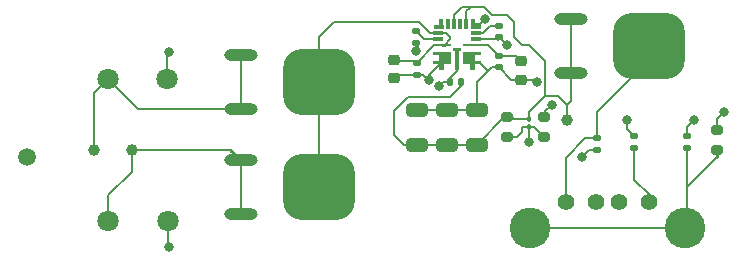
<source format=gtl>
G04 #@! TF.GenerationSoftware,KiCad,Pcbnew,7.0.10*
G04 #@! TF.CreationDate,2024-02-21T14:31:42-05:00*
G04 #@! TF.ProjectId,main_buck_board,6d61696e-5f62-4756-936b-5f626f617264,rev?*
G04 #@! TF.SameCoordinates,Original*
G04 #@! TF.FileFunction,Copper,L1,Top*
G04 #@! TF.FilePolarity,Positive*
%FSLAX46Y46*%
G04 Gerber Fmt 4.6, Leading zero omitted, Abs format (unit mm)*
G04 Created by KiCad (PCBNEW 7.0.10) date 2024-02-21 14:31:42*
%MOMM*%
%LPD*%
G01*
G04 APERTURE LIST*
G04 Aperture macros list*
%AMRoundRect*
0 Rectangle with rounded corners*
0 $1 Rounding radius*
0 $2 $3 $4 $5 $6 $7 $8 $9 X,Y pos of 4 corners*
0 Add a 4 corners polygon primitive as box body*
4,1,4,$2,$3,$4,$5,$6,$7,$8,$9,$2,$3,0*
0 Add four circle primitives for the rounded corners*
1,1,$1+$1,$2,$3*
1,1,$1+$1,$4,$5*
1,1,$1+$1,$6,$7*
1,1,$1+$1,$8,$9*
0 Add four rect primitives between the rounded corners*
20,1,$1+$1,$2,$3,$4,$5,0*
20,1,$1+$1,$4,$5,$6,$7,0*
20,1,$1+$1,$6,$7,$8,$9,0*
20,1,$1+$1,$8,$9,$2,$3,0*%
%AMFreePoly0*
4,1,20,0.758544,0.125006,0.762496,0.125006,0.762496,0.121054,0.763099,0.120451,0.763099,-0.792049,0.744349,-0.810799,0.188099,-0.810799,0.188099,-1.355799,-0.261901,-1.355799,-0.261901,-0.810799,-0.761901,-0.810799,-0.761901,-0.560799,-0.261901,-0.560799,-0.261901,-0.125006,-0.762495,-0.125006,-0.762495,0.125006,-0.761901,0.125006,-0.761901,0.139201,0.744349,0.139201,0.758544,0.125006,
0.758544,0.125006,$1*%
%AMFreePoly1*
4,1,17,0.951036,0.308536,0.952500,0.305000,0.952500,-0.295000,0.951036,-0.298536,0.947500,-0.300000,0.687500,-0.300000,0.683964,-0.298536,0.682500,-0.295000,0.682500,-0.155000,-0.947500,-0.155000,-0.947500,0.155000,0.682500,0.155000,0.682500,0.305000,0.683964,0.308536,0.687500,0.310000,0.947500,0.310000,0.951036,0.308536,0.951036,0.308536,$1*%
%AMFreePoly2*
4,1,20,0.761901,0.125006,0.762496,0.125006,0.762496,-0.125006,0.261901,-0.125006,0.261901,-0.560799,0.761901,-0.560799,0.761901,-0.810799,0.261901,-0.810799,0.261901,-1.355799,-0.188099,-1.355799,-0.188099,-0.810799,-0.744349,-0.810799,-0.763099,-0.792049,-0.763099,0.120451,-0.762495,0.121055,-0.762495,0.125006,-0.758544,0.125006,-0.744349,0.139201,0.761901,0.139201,0.761901,0.125006,
0.761901,0.125006,$1*%
G04 Aperture macros list end*
G04 #@! TA.AperFunction,SMDPad,CuDef*
%ADD10RoundRect,0.480000X-0.935000X0.000000X-0.935000X0.000000X0.935000X0.000000X0.935000X0.000000X0*%
G04 #@! TD*
G04 #@! TA.AperFunction,SMDPad,CuDef*
%ADD11RoundRect,1.689000X-1.361000X1.126000X-1.361000X-1.126000X1.361000X-1.126000X1.361000X1.126000X0*%
G04 #@! TD*
G04 #@! TA.AperFunction,SMDPad,CuDef*
%ADD12RoundRect,0.140000X-0.170000X0.140000X-0.170000X-0.140000X0.170000X-0.140000X0.170000X0.140000X0*%
G04 #@! TD*
G04 #@! TA.AperFunction,SMDPad,CuDef*
%ADD13RoundRect,0.200000X0.275000X-0.200000X0.275000X0.200000X-0.275000X0.200000X-0.275000X-0.200000X0*%
G04 #@! TD*
G04 #@! TA.AperFunction,SMDPad,CuDef*
%ADD14R,0.875005X0.299999*%
G04 #@! TD*
G04 #@! TA.AperFunction,SMDPad,CuDef*
%ADD15R,1.524991X0.250012*%
G04 #@! TD*
G04 #@! TA.AperFunction,SMDPad,CuDef*
%ADD16FreePoly0,0.000000*%
G04 #@! TD*
G04 #@! TA.AperFunction,SMDPad,CuDef*
%ADD17FreePoly1,90.000000*%
G04 #@! TD*
G04 #@! TA.AperFunction,SMDPad,CuDef*
%ADD18FreePoly2,0.000000*%
G04 #@! TD*
G04 #@! TA.AperFunction,SMDPad,CuDef*
%ADD19R,0.449999X0.872502*%
G04 #@! TD*
G04 #@! TA.AperFunction,SMDPad,CuDef*
%ADD20R,0.949998X0.347500*%
G04 #@! TD*
G04 #@! TA.AperFunction,SMDPad,CuDef*
%ADD21R,0.299999X0.875005*%
G04 #@! TD*
G04 #@! TA.AperFunction,SMDPad,CuDef*
%ADD22R,0.956250X0.354998*%
G04 #@! TD*
G04 #@! TA.AperFunction,SMDPad,CuDef*
%ADD23R,0.461250X0.881250*%
G04 #@! TD*
G04 #@! TA.AperFunction,SMDPad,CuDef*
%ADD24RoundRect,0.140000X0.170000X-0.140000X0.170000X0.140000X-0.170000X0.140000X-0.170000X-0.140000X0*%
G04 #@! TD*
G04 #@! TA.AperFunction,ComponentPad*
%ADD25C,1.803400*%
G04 #@! TD*
G04 #@! TA.AperFunction,SMDPad,CuDef*
%ADD26RoundRect,0.250000X-0.650000X0.325000X-0.650000X-0.325000X0.650000X-0.325000X0.650000X0.325000X0*%
G04 #@! TD*
G04 #@! TA.AperFunction,SMDPad,CuDef*
%ADD27RoundRect,0.225000X-0.250000X0.225000X-0.250000X-0.225000X0.250000X-0.225000X0.250000X0.225000X0*%
G04 #@! TD*
G04 #@! TA.AperFunction,SMDPad,CuDef*
%ADD28RoundRect,0.140000X-0.140000X-0.170000X0.140000X-0.170000X0.140000X0.170000X-0.140000X0.170000X0*%
G04 #@! TD*
G04 #@! TA.AperFunction,SMDPad,CuDef*
%ADD29C,1.000000*%
G04 #@! TD*
G04 #@! TA.AperFunction,SMDPad,CuDef*
%ADD30RoundRect,0.100000X-0.100000X0.130000X-0.100000X-0.130000X0.100000X-0.130000X0.100000X0.130000X0*%
G04 #@! TD*
G04 #@! TA.AperFunction,ComponentPad*
%ADD31C,1.400000*%
G04 #@! TD*
G04 #@! TA.AperFunction,ComponentPad*
%ADD32C,3.450000*%
G04 #@! TD*
G04 #@! TA.AperFunction,SMDPad,CuDef*
%ADD33RoundRect,0.200000X-0.275000X0.200000X-0.275000X-0.200000X0.275000X-0.200000X0.275000X0.200000X0*%
G04 #@! TD*
G04 #@! TA.AperFunction,ViaPad*
%ADD34C,0.800000*%
G04 #@! TD*
G04 #@! TA.AperFunction,ViaPad*
%ADD35C,1.500000*%
G04 #@! TD*
G04 #@! TA.AperFunction,Conductor*
%ADD36C,0.203200*%
G04 #@! TD*
G04 #@! TA.AperFunction,Conductor*
%ADD37C,0.250000*%
G04 #@! TD*
G04 APERTURE END LIST*
D10*
X164800000Y-110109000D03*
D11*
X171450000Y-112395000D03*
D10*
X164800000Y-114681000D03*
D12*
X198120000Y-108105000D03*
X198120000Y-109065000D03*
D13*
X190500000Y-108140000D03*
X190500000Y-106490000D03*
D12*
X179735000Y-101910000D03*
X179735000Y-102870000D03*
X186650000Y-101275000D03*
X186650000Y-102235000D03*
D14*
X181520002Y-99344998D03*
X181520002Y-99844999D03*
D15*
X181845002Y-100344998D03*
D16*
X181845002Y-101120000D03*
D15*
X181845002Y-101820000D03*
D17*
X183137501Y-101522499D03*
D15*
X184420000Y-101820000D03*
D18*
X184422501Y-101134999D03*
D15*
X184420000Y-100344998D03*
D14*
X184745000Y-99844999D03*
X184745000Y-99344998D03*
D19*
X184457501Y-98556250D03*
D20*
X184707500Y-98818751D03*
D21*
X183882500Y-98557502D03*
X183382500Y-98557502D03*
X182882500Y-98557502D03*
X182382500Y-98557502D03*
D22*
X181560628Y-98822500D03*
D23*
X181808128Y-98559374D03*
D10*
X192740000Y-98199000D03*
D11*
X199390000Y-100485000D03*
D10*
X192740000Y-102771000D03*
D24*
X202565000Y-109065000D03*
X202565000Y-108105000D03*
D12*
X179665000Y-99215000D03*
X179665000Y-100175000D03*
D25*
X153565000Y-103270000D03*
X158565000Y-103270000D03*
D26*
X182245000Y-105840000D03*
X182245000Y-108790000D03*
X184785000Y-105840000D03*
X184785000Y-108790000D03*
D27*
X177800000Y-101600000D03*
X177800000Y-103150000D03*
D12*
X194945000Y-108260000D03*
X194945000Y-109220000D03*
D27*
X188555000Y-101755000D03*
X188555000Y-103305000D03*
D28*
X182515000Y-103505000D03*
X183475000Y-103505000D03*
D29*
X192405000Y-106680000D03*
D30*
X189230000Y-106650000D03*
X189230000Y-107290000D03*
D29*
X152400000Y-109220000D03*
D13*
X205135000Y-109220000D03*
X205135000Y-107570000D03*
D12*
X186650000Y-98735000D03*
X186650000Y-99695000D03*
D10*
X164800000Y-101219000D03*
D11*
X171450000Y-103505000D03*
D10*
X164800000Y-105791000D03*
D29*
X155575000Y-109220000D03*
D26*
X179705000Y-105840000D03*
X179705000Y-108790000D03*
D31*
X192350000Y-113665000D03*
X194850000Y-113665000D03*
X196850000Y-113665000D03*
X199350000Y-113665000D03*
D32*
X189280000Y-115865000D03*
X202420000Y-115865000D03*
D33*
X187325000Y-106490000D03*
X187325000Y-108140000D03*
D25*
X153615000Y-115250000D03*
X158615000Y-115250000D03*
D34*
X193675000Y-109855000D03*
X189865000Y-103505000D03*
X191135000Y-105410000D03*
X158750000Y-100965000D03*
X203200000Y-106680000D03*
X187325000Y-100330000D03*
X158750000Y-117475000D03*
X197485000Y-106680000D03*
X205740000Y-106045000D03*
X180734847Y-103354847D03*
D35*
X146685000Y-109855000D03*
D34*
X181565798Y-103874390D03*
X179647745Y-100907745D03*
X189230000Y-108585000D03*
X185456907Y-98188928D03*
D36*
X194945000Y-109220000D02*
X194310000Y-109220000D01*
X188555000Y-103305000D02*
X189665000Y-103305000D01*
X158565000Y-103270000D02*
X158565000Y-101150000D01*
X197485000Y-107470000D02*
X198120000Y-108105000D01*
X190500000Y-106045000D02*
X191135000Y-105410000D01*
X202565000Y-107315000D02*
X203200000Y-106680000D01*
X158615000Y-115250000D02*
X158615000Y-117340000D01*
D37*
X189665000Y-103305000D02*
X189865000Y-103505000D01*
D36*
X185737500Y-102552500D02*
X184785000Y-103505000D01*
X205135000Y-107570000D02*
X205135000Y-106650000D01*
X184785000Y-103505000D02*
X184785000Y-105840000D01*
X185005000Y-101820000D02*
X185737500Y-102552500D01*
X187720000Y-103305000D02*
X186650000Y-102235000D01*
X197485000Y-106680000D02*
X197485000Y-107470000D01*
X179705000Y-105840000D02*
X184785000Y-105840000D01*
D37*
X178235000Y-102870000D02*
X177800000Y-103305000D01*
D36*
X202565000Y-108105000D02*
X202565000Y-107315000D01*
X205135000Y-106650000D02*
X205740000Y-106045000D01*
X179735000Y-102870000D02*
X178235000Y-102870000D01*
X186650000Y-102235000D02*
X186055000Y-102235000D01*
X180250000Y-102870000D02*
X180734847Y-103354847D01*
D37*
X186650000Y-99695000D02*
X186690000Y-99695000D01*
D36*
X186055000Y-102235000D02*
X185737500Y-102552500D01*
D37*
X184420000Y-101820000D02*
X185005000Y-101820000D01*
X158615000Y-117340000D02*
X158750000Y-117475000D01*
D36*
X184745000Y-99844999D02*
X186500001Y-99844999D01*
X179735000Y-102870000D02*
X180250000Y-102870000D01*
X180734847Y-102930155D02*
X181845002Y-101820000D01*
X188555000Y-103305000D02*
X187720000Y-103305000D01*
X190500000Y-106490000D02*
X190500000Y-106045000D01*
D37*
X158565000Y-101150000D02*
X158750000Y-100965000D01*
X180734847Y-103354847D02*
X180734847Y-102930155D01*
X186500001Y-99844999D02*
X186650000Y-99695000D01*
D36*
X194310000Y-109220000D02*
X193675000Y-109855000D01*
X186690000Y-99695000D02*
X187325000Y-100330000D01*
X188555000Y-101755000D02*
X188075000Y-101275000D01*
X186650000Y-101275000D02*
X185719998Y-100344998D01*
X185719998Y-100344998D02*
X184420000Y-100344998D01*
X188075000Y-101275000D02*
X186650000Y-101275000D01*
X171450000Y-103505000D02*
X171450000Y-99695000D01*
X182550000Y-99677496D02*
X182550000Y-99890000D01*
D37*
X173355000Y-103505000D02*
X171450000Y-103505000D01*
D36*
X179912502Y-98425000D02*
X180832500Y-99344998D01*
X181520002Y-99344998D02*
X182217502Y-99344998D01*
D37*
X173200000Y-101755000D02*
X171450000Y-103505000D01*
X181845002Y-100344998D02*
X182095002Y-100344998D01*
X179735000Y-101910000D02*
X179735000Y-101857511D01*
D36*
X172720000Y-98425000D02*
X179912502Y-98425000D01*
X181207513Y-100344998D02*
X181845002Y-100344998D01*
X182550000Y-99890000D02*
X182095002Y-100344998D01*
X180832500Y-99344998D02*
X181520002Y-99344998D01*
X177800000Y-101755000D02*
X179580000Y-101755000D01*
X182217502Y-99344998D02*
X182550000Y-99677496D01*
X179695000Y-101857511D02*
X181207513Y-100344998D01*
D37*
X179580000Y-101755000D02*
X179735000Y-101910000D01*
D36*
X171450000Y-112395000D02*
X171450000Y-103505000D01*
X171450000Y-99695000D02*
X172720000Y-98425000D01*
X198120000Y-111760000D02*
X199350000Y-112990000D01*
D37*
X199350000Y-112990000D02*
X199350000Y-113665000D01*
D36*
X198120000Y-109065000D02*
X198120000Y-111760000D01*
X199390000Y-101600000D02*
X194945000Y-106045000D01*
D37*
X199390000Y-100485000D02*
X199390000Y-101600000D01*
D36*
X194000000Y-108260000D02*
X192350000Y-109910000D01*
X194945000Y-106045000D02*
X194945000Y-108260000D01*
X192350000Y-109910000D02*
X192350000Y-113665000D01*
X194945000Y-108260000D02*
X194000000Y-108260000D01*
X152400000Y-104435000D02*
X153565000Y-103270000D01*
X152400000Y-109220000D02*
X152400000Y-104435000D01*
X153565000Y-103270000D02*
X156086000Y-105791000D01*
X164800000Y-105791000D02*
X164800000Y-101219000D01*
X164800000Y-105791000D02*
X156086000Y-105791000D01*
D37*
X163911000Y-109220000D02*
X164800000Y-110109000D01*
D36*
X153615000Y-115250000D02*
X153615000Y-113085000D01*
X153615000Y-113085000D02*
X155575000Y-111125000D01*
X155575000Y-109220000D02*
X163911000Y-109220000D01*
X164800000Y-110109000D02*
X164800000Y-114681000D01*
X155575000Y-111125000D02*
X155575000Y-109220000D01*
X180306489Y-99844999D02*
X179676490Y-99215000D01*
D37*
X179676490Y-99215000D02*
X179665000Y-99215000D01*
D36*
X181520002Y-99844999D02*
X180306489Y-99844999D01*
X181935188Y-103505000D02*
X182515000Y-103505000D01*
X182515000Y-103195001D02*
X183137501Y-102572500D01*
X183137501Y-102572500D02*
X183137501Y-101522499D01*
X181565798Y-103874390D02*
X181935188Y-103505000D01*
D37*
X179705000Y-100850490D02*
X179647745Y-100907745D01*
X179705000Y-100040094D02*
X179705000Y-100850490D01*
D36*
X182515000Y-103505000D02*
X182515000Y-103195001D01*
X185902120Y-98735000D02*
X185292122Y-99344998D01*
X185292122Y-99344998D02*
X184745000Y-99344998D01*
X186650000Y-98735000D02*
X185902120Y-98735000D01*
X182882500Y-97792500D02*
X182882500Y-98557502D01*
X192740000Y-105075000D02*
X192740000Y-102771000D01*
X185420000Y-97155000D02*
X184250000Y-97155000D01*
X187325000Y-106490000D02*
X187770000Y-106490000D01*
X187960000Y-99695000D02*
X187960000Y-98425000D01*
X189230000Y-100330000D02*
X188595000Y-100330000D01*
X183515000Y-97155000D02*
X184250000Y-97155000D01*
X183475000Y-103505000D02*
X183475000Y-103814999D01*
X190590000Y-104685000D02*
X190590000Y-101690000D01*
X178640000Y-108790000D02*
X179705000Y-108790000D01*
X189230000Y-106045000D02*
X190590000Y-104685000D01*
X184785000Y-108790000D02*
X187085000Y-106490000D01*
X190590000Y-101690000D02*
X189230000Y-100330000D01*
X189230000Y-106650000D02*
X189230000Y-106045000D01*
X182514999Y-104775000D02*
X178974900Y-104775000D01*
X184200000Y-97205000D02*
X183882500Y-97522500D01*
X186055000Y-97790000D02*
X185420000Y-97155000D01*
X182245000Y-108790000D02*
X184785000Y-108790000D01*
X182882500Y-97792500D02*
X183515000Y-97160000D01*
X191680000Y-104685000D02*
X192405000Y-105410000D01*
X183475000Y-103814999D02*
X182514999Y-104775000D01*
X192405000Y-105410000D02*
X192740000Y-105075000D01*
X177800000Y-105949900D02*
X177800000Y-107950000D01*
X187770000Y-106490000D02*
X187930000Y-106650000D01*
D37*
X187085000Y-106490000D02*
X187325000Y-106490000D01*
D36*
X188595000Y-100330000D02*
X187960000Y-99695000D01*
X187930000Y-106650000D02*
X189230000Y-106650000D01*
X192405000Y-105410000D02*
X192405000Y-106680000D01*
X190590000Y-104685000D02*
X191680000Y-104685000D01*
X187325000Y-97790000D02*
X186055000Y-97790000D01*
X183882500Y-97522500D02*
X183882500Y-98557502D01*
X179705000Y-108790000D02*
X182245000Y-108790000D01*
X187960000Y-98425000D02*
X187325000Y-97790000D01*
X178974900Y-104775000D02*
X177800000Y-105949900D01*
X192740000Y-102771000D02*
X192740000Y-98199000D01*
X177800000Y-107950000D02*
X178640000Y-108790000D01*
X184457501Y-98556250D02*
X185089585Y-98556250D01*
X185089585Y-98556250D02*
X185456907Y-98188928D01*
X188215000Y-108140000D02*
X188595000Y-107760000D01*
X189230000Y-107290000D02*
X189230000Y-108585000D01*
X187325000Y-108140000D02*
X188215000Y-108140000D01*
X189650000Y-107290000D02*
X190500000Y-108140000D01*
X188595000Y-107760000D02*
X188595000Y-107290000D01*
X188595000Y-107290000D02*
X189650000Y-107290000D01*
X189280000Y-115865000D02*
X202420000Y-115865000D01*
X205135000Y-109825000D02*
X202565000Y-112395000D01*
X202565000Y-109065000D02*
X202565000Y-112395000D01*
D37*
X205135000Y-109220000D02*
X205135000Y-109825000D01*
D36*
X202565000Y-112395000D02*
X202565000Y-115720000D01*
D37*
X202565000Y-115720000D02*
X202420000Y-115865000D01*
M02*

</source>
